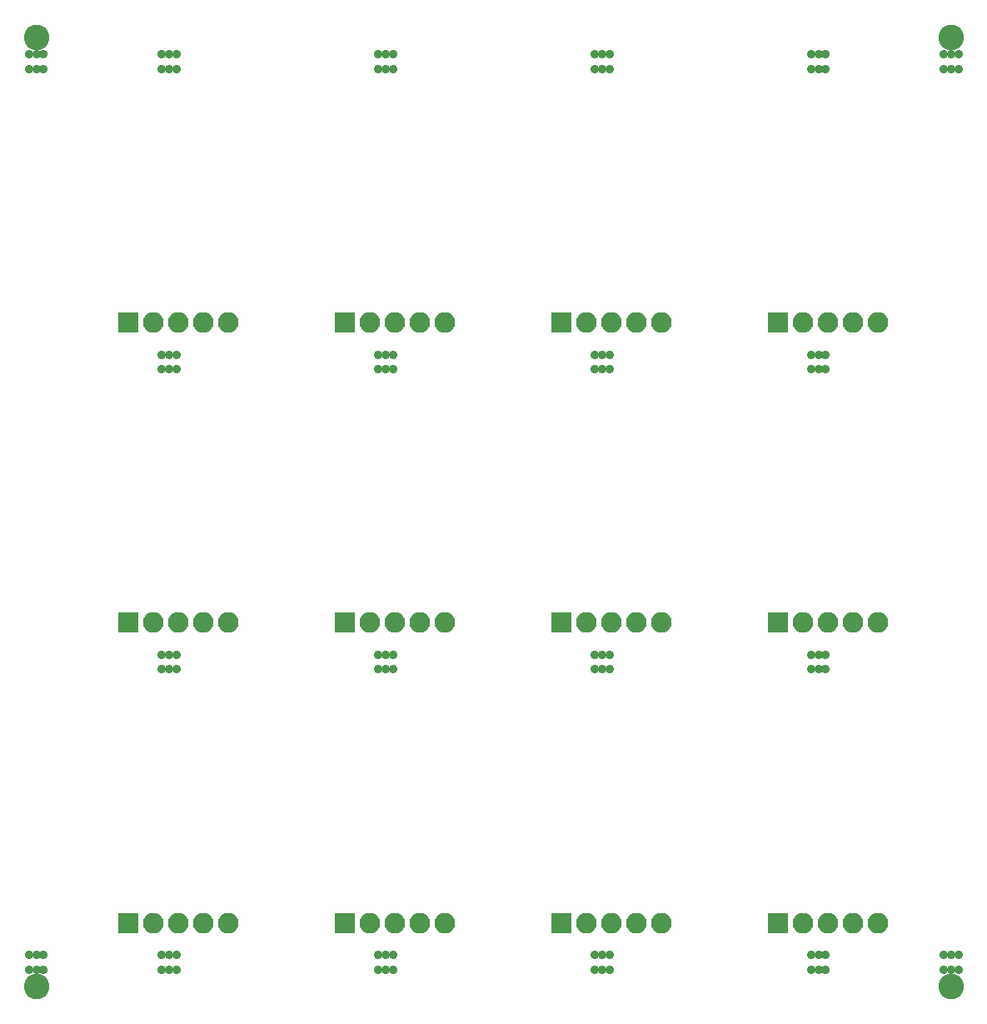
<source format=gbs>
%TF.GenerationSoftware,KiCad,Pcbnew,4.0.7*%
%TF.CreationDate,2018-10-20T21:32:18+02:00*%
%TF.ProjectId,RFID_board_PANNEL,524649445F626F6172645F50414E4E45,rev?*%
%TF.FileFunction,Soldermask,Bot*%
%FSLAX46Y46*%
G04 Gerber Fmt 4.6, Leading zero omitted, Abs format (unit mm)*
G04 Created by KiCad (PCBNEW 4.0.7) date 2018 October 20, Saturday 21:32:18*
%MOMM*%
%LPD*%
G01*
G04 APERTURE LIST*
%ADD10C,0.100000*%
%ADD11C,0.900000*%
%ADD12C,2.600000*%
%ADD13R,2.100000X2.100000*%
%ADD14O,2.100000X2.100000*%
G04 APERTURE END LIST*
D10*
D11*
X150500000Y-21750000D03*
X150500000Y-20250000D03*
X151250000Y-21750000D03*
X149750000Y-21750000D03*
X149750000Y-20250000D03*
X151250000Y-20250000D03*
D12*
X150500000Y-115000000D03*
D11*
X243500000Y-111750000D03*
X243500000Y-113250000D03*
X242750000Y-111750000D03*
X244250000Y-111750000D03*
X244250000Y-113250000D03*
X242750000Y-113250000D03*
X243500000Y-21750000D03*
X243500000Y-20250000D03*
X242750000Y-21750000D03*
X244250000Y-21750000D03*
X244250000Y-20250000D03*
X242750000Y-20250000D03*
X150500000Y-111750000D03*
X150500000Y-113250000D03*
X151250000Y-111750000D03*
X149750000Y-111750000D03*
X149750000Y-113250000D03*
X151250000Y-113250000D03*
D12*
X243500000Y-18500000D03*
X243500000Y-115000000D03*
D13*
X225880000Y-78000000D03*
D14*
X228420000Y-78000000D03*
X230960000Y-78000000D03*
X233500000Y-78000000D03*
X236040000Y-78000000D03*
D11*
X230000000Y-81250000D03*
X230000000Y-82750000D03*
X230750000Y-81250000D03*
X229250000Y-81250000D03*
X229250000Y-82750000D03*
X230750000Y-82750000D03*
X230000000Y-111750000D03*
X230000000Y-113250000D03*
X230750000Y-111750000D03*
X229250000Y-111750000D03*
X229250000Y-113250000D03*
X230750000Y-113250000D03*
D13*
X225880000Y-108500000D03*
D14*
X228420000Y-108500000D03*
X230960000Y-108500000D03*
X233500000Y-108500000D03*
X236040000Y-108500000D03*
D11*
X230000000Y-50750000D03*
X230000000Y-52250000D03*
X230750000Y-50750000D03*
X229250000Y-50750000D03*
X229250000Y-52250000D03*
X230750000Y-52250000D03*
D13*
X225880000Y-47500000D03*
D14*
X228420000Y-47500000D03*
X230960000Y-47500000D03*
X233500000Y-47500000D03*
X236040000Y-47500000D03*
D11*
X230000000Y-20250000D03*
X230000000Y-21750000D03*
X230750000Y-20250000D03*
X229250000Y-20250000D03*
X229250000Y-21750000D03*
X230750000Y-21750000D03*
D13*
X203880000Y-78000000D03*
D14*
X206420000Y-78000000D03*
X208960000Y-78000000D03*
X211500000Y-78000000D03*
X214040000Y-78000000D03*
D11*
X208000000Y-81250000D03*
X208000000Y-82750000D03*
X208750000Y-81250000D03*
X207250000Y-81250000D03*
X207250000Y-82750000D03*
X208750000Y-82750000D03*
X208000000Y-111750000D03*
X208000000Y-113250000D03*
X208750000Y-111750000D03*
X207250000Y-111750000D03*
X207250000Y-113250000D03*
X208750000Y-113250000D03*
D13*
X203880000Y-108500000D03*
D14*
X206420000Y-108500000D03*
X208960000Y-108500000D03*
X211500000Y-108500000D03*
X214040000Y-108500000D03*
D11*
X208000000Y-50750000D03*
X208000000Y-52250000D03*
X208750000Y-50750000D03*
X207250000Y-50750000D03*
X207250000Y-52250000D03*
X208750000Y-52250000D03*
D13*
X203880000Y-47500000D03*
D14*
X206420000Y-47500000D03*
X208960000Y-47500000D03*
X211500000Y-47500000D03*
X214040000Y-47500000D03*
D11*
X208000000Y-20250000D03*
X208000000Y-21750000D03*
X208750000Y-20250000D03*
X207250000Y-20250000D03*
X207250000Y-21750000D03*
X208750000Y-21750000D03*
X186000000Y-111750000D03*
X186000000Y-113250000D03*
X186750000Y-111750000D03*
X185250000Y-111750000D03*
X185250000Y-113250000D03*
X186750000Y-113250000D03*
X164000000Y-111750000D03*
X164000000Y-113250000D03*
X164750000Y-111750000D03*
X163250000Y-111750000D03*
X163250000Y-113250000D03*
X164750000Y-113250000D03*
X186000000Y-50750000D03*
X186000000Y-52250000D03*
X186750000Y-50750000D03*
X185250000Y-50750000D03*
X185250000Y-52250000D03*
X186750000Y-52250000D03*
D13*
X181880000Y-47500000D03*
D14*
X184420000Y-47500000D03*
X186960000Y-47500000D03*
X189500000Y-47500000D03*
X192040000Y-47500000D03*
D13*
X181880000Y-78000000D03*
D14*
X184420000Y-78000000D03*
X186960000Y-78000000D03*
X189500000Y-78000000D03*
X192040000Y-78000000D03*
D11*
X186000000Y-20250000D03*
X186000000Y-21750000D03*
X186750000Y-20250000D03*
X185250000Y-20250000D03*
X185250000Y-21750000D03*
X186750000Y-21750000D03*
X186000000Y-81250000D03*
X186000000Y-82750000D03*
X186750000Y-81250000D03*
X185250000Y-81250000D03*
X185250000Y-82750000D03*
X186750000Y-82750000D03*
D13*
X181880000Y-108500000D03*
D14*
X184420000Y-108500000D03*
X186960000Y-108500000D03*
X189500000Y-108500000D03*
X192040000Y-108500000D03*
D11*
X164000000Y-20250000D03*
X164000000Y-21750000D03*
X164750000Y-20250000D03*
X163250000Y-20250000D03*
X163250000Y-21750000D03*
X164750000Y-21750000D03*
D13*
X159880000Y-47500000D03*
D14*
X162420000Y-47500000D03*
X164960000Y-47500000D03*
X167500000Y-47500000D03*
X170040000Y-47500000D03*
D13*
X159880000Y-108500000D03*
D14*
X162420000Y-108500000D03*
X164960000Y-108500000D03*
X167500000Y-108500000D03*
X170040000Y-108500000D03*
D11*
X164000000Y-81250000D03*
X164000000Y-82750000D03*
X164750000Y-81250000D03*
X163250000Y-81250000D03*
X163250000Y-82750000D03*
X164750000Y-82750000D03*
D13*
X159880000Y-78000000D03*
D14*
X162420000Y-78000000D03*
X164960000Y-78000000D03*
X167500000Y-78000000D03*
X170040000Y-78000000D03*
D11*
X164000000Y-50750000D03*
X164000000Y-52250000D03*
X164750000Y-50750000D03*
X163250000Y-50750000D03*
X163250000Y-52250000D03*
X164750000Y-52250000D03*
D12*
X150500000Y-18500000D03*
M02*

</source>
